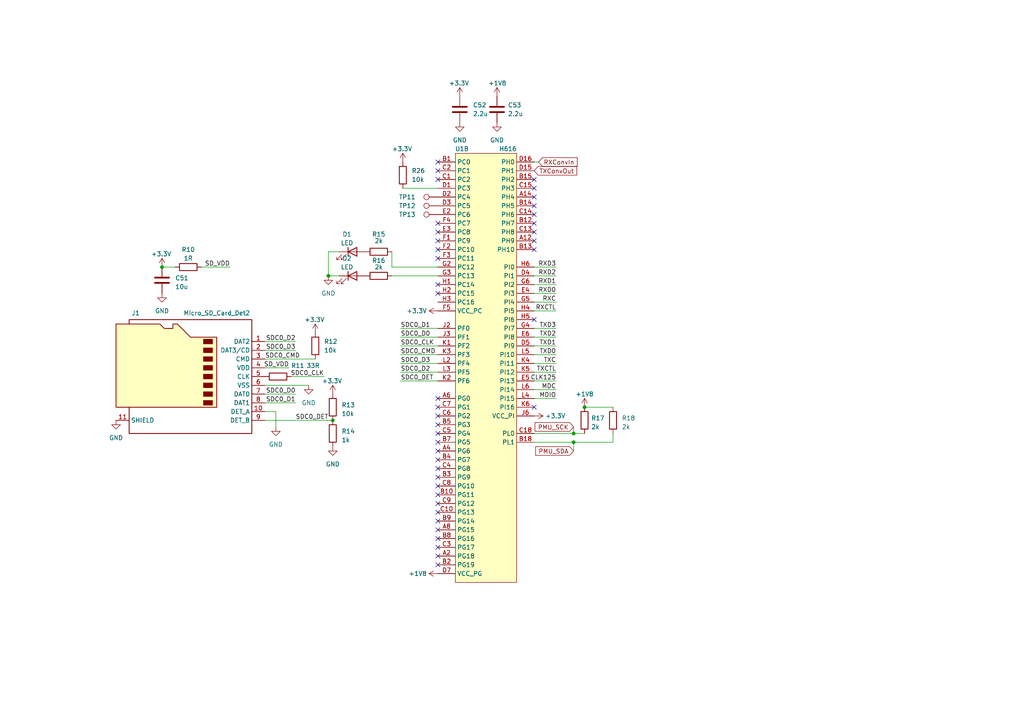
<source format=kicad_sch>
(kicad_sch (version 20231120) (generator "eeschema") (generator_version "8.0")
  (paper "A4")
  (lib_symbols
    (symbol "Connector:Micro_SD_Card_Det2"
      (property "Reference" "J" (at -16.51 17.78 0))
      (property "Value" "Micro_SD_Card_Det2" (at 16.51 17.78 0))
      (symbol "Micro_SD_Card_Det2_0_1"
        (rectangle (start -7.62 -6.985) (end -5.08 -8.255) (stroke (width 0.254)) (fill (type outline)))
        (rectangle (start -7.62 -4.445) (end -5.08 -5.715) (stroke (width 0.254)) (fill (type outline)))
        (rectangle (start -7.62 -1.905) (end -5.08 -3.175) (stroke (width 0.254)) (fill (type outline)))
        (rectangle (start -7.62 0.635) (end -5.08 -0.635) (stroke (width 0.254)) (fill (type outline)))
        (rectangle (start -7.62 3.175) (end -5.08 1.905) (stroke (width 0.254)) (fill (type outline)))
        (rectangle (start -7.62 5.715) (end -5.08 4.445) (stroke (width 0.254)) (fill (type outline)))
        (rectangle (start -7.62 8.255) (end -5.08 6.985) (stroke (width 0.254)) (fill (type outline)))
        (rectangle (start -7.62 10.795) (end -5.08 9.525) (stroke (width 0.254)) (fill (type outline)))
        (polyline (pts (xy 16.51 15.24) (xy 16.51 16.51) (xy -19.05 16.51) (xy -19.05 -16.51) (xy 16.51 -16.51) (xy 16.51 -8.89)) (stroke (width 0.254)))
        (polyline (pts (xy -8.89 -8.89) (xy -8.89 11.43) (xy -1.27 11.43) (xy 2.54 15.24) (xy 3.81 15.24) (xy 3.81 13.97) (xy 6.35 13.97) (xy 7.62 15.24) (xy 20.32 15.24) (xy 20.32 -8.89) (xy -8.89 -8.89)) (stroke (width 0.254)) (fill (type background)))
      )
      (symbol "Micro_SD_Card_Det2_1_1"
        (pin bidirectional line (at -22.86 10.16 0) (length 3.81) (name "DAT2") (number "1"))
        (pin passive line (at -22.86 -10.16 0) (length 3.81) (name "DET_A") (number "10"))
        (pin passive line (at 20.32 -12.7 180) (length 3.81) (name "SHIELD") (number "11"))
        (pin bidirectional line (at -22.86 7.62 0) (length 3.81) (name "DAT3/CD") (number "2"))
        (pin input line (at -22.86 5.08 0) (length 3.81) (name "CMD") (number "3"))
        (pin power_in line (at -22.86 2.54 0) (length 3.81) (name "VDD") (number "4"))
        (pin input line (at -22.86 0 0) (length 3.81) (name "CLK") (number "5"))
        (pin power_in line (at -22.86 -2.54 0) (length 3.81) (name "VSS") (number "6"))
        (pin bidirectional line (at -22.86 -5.08 0) (length 3.81) (name "DAT0") (number "7"))
        (pin bidirectional line (at -22.86 -7.62 0) (length 3.81) (name "DAT1") (number "8"))
        (pin passive line (at -22.86 -12.7 0) (length 3.81) (name "DET_B") (number "9"))
      )
    )
    (symbol "Connector:TestPoint" (pin_numbers hide) (pin_names (offset 0.762) hide)
      (property "Reference" "TP" (at 0 6.858 0))
      (property "Value" "TestPoint" (at 0 5.08 0))
      (symbol "TestPoint_0_1"
        (circle (center 0 3.302) (radius 0.762))
      )
      (symbol "TestPoint_1_1"
        (pin passive line (at 0 0 90) (length 2.54) (name "1") (number "1"))
      )
    )
    (symbol "Device:C" (pin_numbers hide) (pin_names (offset 0.254))
      (property "Reference" "C" (at 0.635 2.54 0))
      (property "Value" "C" (at 0.635 -2.54 0))
      (symbol "C_0_1"
        (polyline (pts (xy -2.032 -0.762) (xy 2.032 -0.762)) (stroke (width 0.508)))
        (polyline (pts (xy -2.032 0.762) (xy 2.032 0.762)) (stroke (width 0.508)))
      )
      (symbol "C_1_1"
        (pin passive line (at 0 3.81 270) (length 2.794) (name "~") (number "1"))
        (pin passive line (at 0 -3.81 90) (length 2.794) (name "~") (number "2"))
      )
    )
    (symbol "Device:LED" (pin_numbers hide) (pin_names (offset 1.016) hide)
      (property "Reference" "D" (at 0 2.54 0))
      (property "Value" "LED" (at 0 -2.54 0))
      (symbol "LED_0_1"
        (polyline (pts (xy -1.27 -1.27) (xy -1.27 1.27)) (stroke (width 0.254)))
        (polyline (pts (xy -1.27 0) (xy 1.27 0)))
        (polyline (pts (xy 1.27 -1.27) (xy 1.27 1.27) (xy -1.27 0) (xy 1.27 -1.27)) (stroke (width 0.254)))
        (polyline (pts (xy -3.048 -0.762) (xy -4.572 -2.286) (xy -3.81 -2.286) (xy -4.572 -2.286) (xy -4.572 -1.524)))
        (polyline (pts (xy -1.778 -0.762) (xy -3.302 -2.286) (xy -2.54 -2.286) (xy -3.302 -2.286) (xy -3.302 -1.524)))
      )
      (symbol "LED_1_1"
        (pin passive line (at -3.81 0 0) (length 2.54) (name "K") (number "1"))
        (pin passive line (at 3.81 0 180) (length 2.54) (name "A") (number "2"))
      )
    )
    (symbol "Device:R" (pin_numbers hide) (pin_names (offset 0))
      (property "Reference" "R" (at 2.032 0 90))
      (property "Value" "R" (at 0 0 90))
      (symbol "R_0_1"
        (rectangle (start -1.016 -2.54) (end 1.016 2.54) (stroke (width 0.254)))
      )
      (symbol "R_1_1"
        (pin passive line (at 0 3.81 270) (length 1.27) (name "~") (number "1"))
        (pin passive line (at 0 -3.81 90) (length 1.27) (name "~") (number "2"))
      )
    )
    (symbol "H616_lib:H616"
      (property "Reference" "U" (at 0 0 0))
      (symbol "H616_1_1"
        (rectangle (start -7.62 -2.54) (end 15.24 -118.11) (fill (type background)))
        (pin input line (at 20.32 -92.71 180) (length 5.08) (name "VCC_DRAM2") (number "L10"))
        (pin input line (at 20.32 -95.25 180) (length 5.08) (name "VCC_DRAM3") (number "L11"))
        (pin input line (at 20.32 -97.79 180) (length 5.08) (name "VCC_DRAM4") (number "L12"))
        (pin input line (at 20.32 -100.33 180) (length 5.08) (name "VCC_DRAM5") (number "L13"))
        (pin input line (at 20.32 -102.87 180) (length 5.08) (name "VDD18_DRAM") (number "L14"))
        (pin input line (at 20.32 -87.63 180) (length 5.08) (name "SZQ") (number "L15"))
        (pin input line (at 20.32 -90.17 180) (length 5.08) (name "VCC_DRAM1") (number "L9"))
        (pin input line (at -12.7 -113.03 0) (length 5.08) (name "SDQM3") (number "N10"))
        (pin input line (at -12.7 -44.45 0) (length 5.08) (name "SA15") (number "N13"))
        (pin input line (at -12.7 -29.21 0) (length 5.08) (name "SA9") (number "N16"))
        (pin input line (at -12.7 -24.13 0) (length 5.08) (name "SA7") (number "N19"))
        (pin input line (at 20.32 -11.43 180) (length 5.08) (name "SDQ2") (number "N2"))
        (pin input line (at -12.7 -69.85 0) (length 5.08) (name "SODT1") (number "N20"))
        (pin input line (at -12.7 -49.53 0) (length 5.08) (name "SBA0") (number "N21"))
        (pin input line (at 20.32 -6.35 180) (length 5.08) (name "SDQ0") (number "N3"))
        (pin input line (at 20.32 -39.37 180) (length 5.08) (name "SDQ13") (number "N4"))
        (pin input line (at 20.32 -44.45 180) (length 5.08) (name "SDQ15") (number "N5"))
        (pin input line (at 20.32 -72.39 180) (length 5.08) (name "SDQ26") (number "N7"))
        (pin input line (at 20.32 -19.05 180) (length 5.08) (name "SDQ5") (number "P1"))
        (pin input line (at 20.32 -77.47 180) (length 5.08) (name "SDQ28") (number "P10"))
        (pin input line (at 20.32 -82.55 180) (length 5.08) (name "SDQ30") (number "P12"))
        (pin input line (at -12.7 -80.01 0) (length 5.08) (name "SCKE1") (number "P13"))
        (pin input line (at -12.7 -19.05 0) (length 5.08) (name "SA5") (number "P15"))
        (pin input line (at -12.7 -39.37 0) (length 5.08) (name "SA13") (number "P16"))
        (pin input line (at -12.7 -59.69 0) (length 5.08) (name "SACT") (number "P18"))
        (pin input line (at 20.32 -24.13 180) (length 5.08) (name "SDQ7") (number "P2"))
        (pin input line (at -12.7 -54.61 0) (length 5.08) (name "SBG0") (number "P20"))
        (pin input line (at -12.7 -57.15 0) (length 5.08) (name "SBG1") (number "P21"))
        (pin input line (at 20.32 -31.75 180) (length 5.08) (name "SDQ10") (number "P4"))
        (pin input line (at 20.32 -26.67 180) (length 5.08) (name "SDQ8") (number "P5"))
        (pin input line (at 20.32 -41.91 180) (length 5.08) (name "SDQ14") (number "P6"))
        (pin input line (at 20.32 -69.85 180) (length 5.08) (name "SDQ25") (number "P7"))
        (pin input line (at 20.32 -74.93 180) (length 5.08) (name "SDQ27") (number "P9"))
        (pin input line (at -12.7 -87.63 0) (length 5.08) (name "SDQS0N") (number "R1"))
        (pin input line (at 20.32 -85.09 180) (length 5.08) (name "SDQ31") (number "R12"))
        (pin input line (at -12.7 -52.07 0) (length 5.08) (name "SBA1") (number "R15"))
        (pin input line (at -12.7 -16.51 0) (length 5.08) (name "SA4") (number "R18"))
        (pin input line (at -12.7 -31.75 0) (length 5.08) (name "SA10") (number "R19"))
        (pin input line (at -12.7 -85.09 0) (length 5.08) (name "SDQS0P") (number "R2"))
        (pin input line (at -12.7 -64.77 0) (length 5.08) (name "SCS1") (number "R20"))
        (pin input line (at -12.7 -107.95 0) (length 5.08) (name "SDQM1") (number "R3"))
        (pin input line (at 20.32 -34.29 180) (length 5.08) (name "SDQ11") (number "R4"))
        (pin input line (at 20.32 -36.83 180) (length 5.08) (name "SDQ12") (number "R6"))
        (pin input line (at 20.32 -67.31 180) (length 5.08) (name "SDQ24") (number "R9"))
        (pin input line (at 20.32 -46.99 180) (length 5.08) (name "SDQ16") (number "T11"))
        (pin input line (at 20.32 -52.07 180) (length 5.08) (name "SDQ18") (number "T12"))
        (pin input line (at -12.7 -72.39 0) (length 5.08) (name "SCKP") (number "T14"))
        (pin input line (at -12.7 -13.97 0) (length 5.08) (name "SA3") (number "T16"))
        (pin input line (at -12.7 -11.43 0) (length 5.08) (name "SA2") (number "T18"))
        (pin input line (at 20.32 -21.59 180) (length 5.08) (name "SDQ6") (number "T2"))
        (pin input line (at -12.7 -67.31 0) (length 5.08) (name "SODT0") (number "T20"))
        (pin input line (at -12.7 -6.35 0) (length 5.08) (name "SA0") (number "T21"))
        (pin input line (at 20.32 -13.97 180) (length 5.08) (name "SDQ3") (number "T4"))
        (pin input line (at 20.32 -64.77 180) (length 5.08) (name "SDQ23") (number "T5"))
        (pin input line (at 20.32 -57.15 180) (length 5.08) (name "SDQ20") (number "T6"))
        (pin input line (at 20.32 -62.23 180) (length 5.08) (name "SDQ22") (number "T7"))
        (pin input line (at -12.7 -110.49 0) (length 5.08) (name "SDQM2") (number "T9"))
        (pin input line (at -12.7 -105.41 0) (length 5.08) (name "SDQM0") (number "U1"))
        (pin input line (at -12.7 -102.87 0) (length 5.08) (name "SDQS3N") (number "U10"))
        (pin input line (at 20.32 -80.01 180) (length 5.08) (name "SDQ29") (number "U11"))
        (pin input line (at 20.32 -49.53 180) (length 5.08) (name "SDQ17") (number "U12"))
        (pin input line (at -12.7 -74.93 0) (length 5.08) (name "SCKN") (number "U14"))
        (pin input line (at -12.7 -34.29 0) (length 5.08) (name "SA11") (number "U15"))
        (pin input line (at -12.7 -36.83 0) (length 5.08) (name "SA12") (number "U16"))
        (pin input line (at -12.7 -8.89 0) (length 5.08) (name "SA1") (number "U17"))
        (pin input line (at -12.7 -46.99 0) (length 5.08) (name "SA16") (number "U18"))
        (pin input line (at -12.7 -26.67 0) (length 5.08) (name "SA8") (number "U19"))
        (pin input line (at -12.7 -90.17 0) (length 5.08) (name "SDQS1P") (number "U2"))
        (pin input line (at -12.7 -21.59 0) (length 5.08) (name "SA6") (number "U20"))
        (pin input line (at -12.7 -82.55 0) (length 5.08) (name "SRST") (number "U21"))
        (pin input line (at 20.32 -16.51 180) (length 5.08) (name "SDQ4") (number "U3"))
        (pin input line (at 20.32 -8.89 180) (length 5.08) (name "SDQ1") (number "U4"))
        (pin input line (at 20.32 -59.69 180) (length 5.08) (name "SDQ21") (number "U5"))
        (pin input line (at -12.7 -97.79 0) (length 5.08) (name "SDQS2N") (number "U8"))
        (pin input line (at 20.32 -54.61 180) (length 5.08) (name "SDQ19") (number "U9"))
        (pin input line (at -12.7 -100.33 0) (length 5.08) (name "SDQS3P") (number "V10"))
        (pin input line (at -12.7 -77.47 0) (length 5.08) (name "SCKE0") (number "V15"))
        (pin input line (at -12.7 -62.23 0) (length 5.08) (name "SCS0") (number "V17"))
        (pin input line (at -12.7 -92.71 0) (length 5.08) (name "SDQS1N") (number "V2"))
        (pin input line (at -12.7 -41.91 0) (length 5.08) (name "SA14") (number "V20"))
        (pin input line (at 20.32 -29.21 180) (length 5.08) (name "SDQ9") (number "V3"))
        (pin input line (at -12.7 -95.25 0) (length 5.08) (name "SDQS2P") (number "V8"))
      )
      (symbol "H616_2_1"
        (rectangle (start -7.62 -38.1) (end 10.16 -162.56) (fill (type background)))
        (pin input line (at 15.24 -63.5 180) (length 5.08) (name "PH9") (number "A12"))
        (pin input line (at 15.24 -50.8 180) (length 5.08) (name "PH4") (number "A14"))
        (pin input line (at -12.7 -154.94 0) (length 5.08) (name "PG18") (number "A2"))
        (pin input line (at -12.7 -124.46 0) (length 5.08) (name "PG6") (number "A4"))
        (pin input line (at -12.7 -109.22 0) (length 5.08) (name "PG0") (number "A6"))
        (pin input line (at -12.7 -147.32 0) (length 5.08) (name "PG15") (number "A8"))
        (pin input line (at -12.7 -40.64 0) (length 5.08) (name "PC0") (number "B1"))
        (pin input line (at -12.7 -137.16 0) (length 5.08) (name "PG11") (number "B10"))
        (pin input line (at 15.24 -58.42 180) (length 5.08) (name "PH7") (number "B12"))
        (pin input line (at 15.24 -66.04 180) (length 5.08) (name "PH10") (number "B13"))
        (pin input line (at 15.24 -53.34 180) (length 5.08) (name "PH5") (number "B14"))
        (pin input line (at 15.24 -45.72 180) (length 5.08) (name "PH2") (number "B15"))
        (pin input line (at 15.24 -121.92 180) (length 5.08) (name "PL1") (number "B18"))
        (pin input line (at -12.7 -157.48 0) (length 5.08) (name "PG19") (number "B2"))
        (pin input line (at -12.7 -132.08 0) (length 5.08) (name "PG9") (number "B3"))
        (pin input line (at -12.7 -127 0) (length 5.08) (name "PG7") (number "B4"))
        (pin input line (at -12.7 -116.84 0) (length 5.08) (name "PG3") (number "B5"))
        (pin input line (at -12.7 -121.92 0) (length 5.08) (name "PG5") (number "B7"))
        (pin input line (at -12.7 -149.86 0) (length 5.08) (name "PG16") (number "B8"))
        (pin input line (at -12.7 -144.78 0) (length 5.08) (name "PG14") (number "B9"))
        (pin input line (at -12.7 -45.72 0) (length 5.08) (name "PC2") (number "C1"))
        (pin input line (at -12.7 -142.24 0) (length 5.08) (name "PG13") (number "C10"))
        (pin input line (at 15.24 -60.96 180) (length 5.08) (name "PH8") (number "C13"))
        (pin input line (at 15.24 -55.88 180) (length 5.08) (name "PH6") (number "C14"))
        (pin input line (at 15.24 -48.26 180) (length 5.08) (name "PH3") (number "C15"))
        (pin input line (at 15.24 -119.38 180) (length 5.08) (name "PL0") (number "C18"))
        (pin input line (at -12.7 -43.18 0) (length 5.08) (name "PC1") (number "C2"))
        (pin input line (at -12.7 -152.4 0) (length 5.08) (name "PG17") (number "C3"))
        (pin input line (at -12.7 -129.54 0) (length 5.08) (name "PG8") (number "C4"))
        (pin input line (at -12.7 -119.38 0) (length 5.08) (name "PG4") (number "C5"))
        (pin input line (at -12.7 -114.3 0) (length 5.08) (name "PG2") (number "C6"))
        (pin input line (at -12.7 -111.76 0) (length 5.08) (name "PG1") (number "C7"))
        (pin input line (at -12.7 -134.62 0) (length 5.08) (name "PG10") (number "C8"))
        (pin input line (at -12.7 -139.7 0) (length 5.08) (name "PG12") (number "C9"))
        (pin input line (at -12.7 -48.26 0) (length 5.08) (name "PC3") (number "D1"))
        (pin input line (at 15.24 -43.18 180) (length 5.08) (name "PH1") (number "D15"))
        (pin input line (at 15.24 -40.64 180) (length 5.08) (name "PH0") (number "D16"))
        (pin input line (at -12.7 -50.8 0) (length 5.08) (name "PC4") (number "D2"))
        (pin input line (at -12.7 -53.34 0) (length 5.08) (name "PC5") (number "D3"))
        (pin input line (at 15.24 -73.66 180) (length 5.08) (name "PI1") (number "D4"))
        (pin input line (at 15.24 -93.98 180) (length 5.08) (name "PI9") (number "D5"))
        (pin input line (at -12.7 -160.02 0) (length 5.08) (name "VCC_PG") (number "D7"))
        (pin input line (at -12.7 -55.88 0) (length 5.08) (name "PC6") (number "E2"))
        (pin input line (at -12.7 -60.96 0) (length 5.08) (name "PC8") (number "E3"))
        (pin input line (at 15.24 -78.74 180) (length 5.08) (name "PI3") (number "E4"))
        (pin input line (at 15.24 -104.14 180) (length 5.08) (name "PI13") (number "E5"))
        (pin input line (at 15.24 -91.44 180) (length 5.08) (name "PI8") (number "E6"))
        (pin input line (at -12.7 -63.5 0) (length 5.08) (name "PC9") (number "F1"))
        (pin input line (at -12.7 -66.04 0) (length 5.08) (name "PC10") (number "F2"))
        (pin input line (at -12.7 -68.58 0) (length 5.08) (name "PC11") (number "F3"))
        (pin input line (at -12.7 -58.42 0) (length 5.08) (name "PC7") (number "F4"))
        (pin input line (at -12.7 -83.82 0) (length 5.08) (name "VCC_PC") (number "F5"))
        (pin input line (at -12.7 -71.12 0) (length 5.08) (name "PC12") (number "G2"))
        (pin input line (at -12.7 -73.66 0) (length 5.08) (name "PC13") (number "G3"))
        (pin input line (at 15.24 -88.9 180) (length 5.08) (name "PI7") (number "G4"))
        (pin input line (at 15.24 -81.28 180) (length 5.08) (name "PI4") (number "G5"))
        (pin input line (at 15.24 -76.2 180) (length 5.08) (name "PI2") (number "G6"))
        (pin input line (at -12.7 -76.2 0) (length 5.08) (name "PC14") (number "H1"))
        (pin input line (at -12.7 -78.74 0) (length 5.08) (name "PC15") (number "H2"))
        (pin input line (at -12.7 -81.28 0) (length 5.08) (name "PC16") (number "H3"))
        (pin input line (at 15.24 -83.82 180) (length 5.08) (name "PI5") (number "H4"))
        (pin input line (at 15.24 -86.36 180) (length 5.08) (name "PI6") (number "H5"))
        (pin input line (at 15.24 -71.12 180) (length 5.08) (name "PI0") (number "H6"))
        (pin input line (at -12.7 -88.9 0) (length 5.08) (name "PF0") (number "J2"))
        (pin input line (at -12.7 -91.44 0) (length 5.08) (name "PF1") (number "J3"))
        (pin input line (at 15.24 -114.3 180) (length 5.08) (name "VCC_PI") (number "J6"))
        (pin input line (at -12.7 -93.98 0) (length 5.08) (name "PF2") (number "K1"))
        (pin input line (at -12.7 -104.14 0) (length 5.08) (name "PF6") (number "K2"))
        (pin input line (at -12.7 -96.52 0) (length 5.08) (name "PF3") (number "K3"))
        (pin input line (at 15.24 -99.06 180) (length 5.08) (name "PI11") (number "K4"))
        (pin input line (at 15.24 -101.6 180) (length 5.08) (name "PI12") (number "K5"))
        (pin input line (at 15.24 -111.76 180) (length 5.08) (name "PI16") (number "K6"))
        (pin input line (at -12.7 -99.06 0) (length 5.08) (name "PF4") (number "L2"))
        (pin input line (at -12.7 -101.6 0) (length 5.08) (name "PF5") (number "L3"))
        (pin input line (at 15.24 -109.22 180) (length 5.08) (name "PI15") (number "L4"))
        (pin input line (at 15.24 -96.52 180) (length 5.08) (name "PI10") (number "L5"))
        (pin input line (at 15.24 -106.68 180) (length 5.08) (name "PI14") (number "L6"))
      )
      (symbol "H616_3_1"
        (rectangle (start -8.89 -39.37) (end 13.97 -115.57) (fill (type background)))
        (pin input line (at 19.05 -86.36 180) (length 5.08) (name "RESET") (number "A16"))
        (pin input line (at 19.05 -45.72 180) (length 5.08) (name "EPHY_TXP") (number "A19"))
        (pin input line (at 19.05 -48.26 180) (length 5.08) (name "EPYH_TXN") (number "A20"))
        (pin input line (at 19.05 -101.6 180) (length 5.08) (name "DXIN") (number "B11"))
        (pin input line (at 19.05 -88.9 180) (length 5.08) (name "FEL") (number "B17"))
        (pin input line (at 19.05 -43.18 180) (length 5.08) (name "EPHY_RTX") (number "B19"))
        (pin input line (at 19.05 -50.8 180) (length 5.08) (name "EPHY_RXP") (number "B20"))
        (pin input line (at 19.05 -53.34 180) (length 5.08) (name "EPHY_RXN") (number "B21"))
        (pin input line (at 19.05 -106.68 180) (length 5.08) (name "REFCLK_OUT") (number "C11"))
        (pin input line (at 19.05 -104.14 180) (length 5.08) (name "DXOUT") (number "C12"))
        (pin input line (at 19.05 -91.44 180) (length 5.08) (name "JTAG_SEL") (number "C16"))
        (pin input line (at -13.97 -106.68 0) (length 5.08) (name "AC_VRA1") (number "C17"))
        (pin input line (at -13.97 -53.34 0) (length 5.08) (name "HTX2P") (number "C19"))
        (pin input line (at -13.97 -55.88 0) (length 5.08) (name "HTX2N") (number "C20"))
        (pin input line (at 19.05 -111.76 180) (length 5.08) (name "VCC_DCXO") (number "D11"))
        (pin input line (at 19.05 -99.06 180) (length 5.08) (name "VCC_PLL") (number "D12"))
        (pin input line (at 19.05 -109.22 180) (length 5.08) (name "DXLDO_OUT") (number "D13"))
        (pin input line (at 19.05 -96.52 180) (length 5.08) (name "PLLTEST") (number "D14"))
        (pin input line (at -13.97 -104.14 0) (length 5.08) (name "AC_AVCC") (number "D18"))
        (pin input line (at -13.97 -48.26 0) (length 5.08) (name "HTX1P") (number "D20"))
        (pin input line (at -13.97 -50.8 0) (length 5.08) (name "HTX1N") (number "D21"))
        (pin input line (at 19.05 -55.88 180) (length 5.08) (name "VCC_EPHY") (number "E18"))
        (pin input line (at -13.97 -43.18 0) (length 5.08) (name "HTX0P") (number "E19"))
        (pin input line (at -13.97 -45.72 0) (length 5.08) (name "HTX0N") (number "E20"))
        (pin input line (at -13.97 -73.66 0) (length 5.08) (name "VCC_HDMI") (number "F18"))
        (pin input line (at -13.97 -63.5 0) (length 5.08) (name "HSCL") (number "F19"))
        (pin input line (at -13.97 -58.42 0) (length 5.08) (name "HTXCP") (number "F20"))
        (pin input line (at -13.97 -60.96 0) (length 5.08) (name "HTXCN") (number "F21"))
        (pin input line (at -13.97 -68.58 0) (length 5.08) (name "HCEC") (number "G17"))
        (pin input line (at -13.97 -71.12 0) (length 5.08) (name "HHPD") (number "G18"))
        (pin input line (at -13.97 -88.9 0) (length 5.08) (name "LINEOUTL") (number "G19"))
        (pin input line (at -13.97 -91.44 0) (length 5.08) (name "LINEOUTR") (number "G20"))
        (pin input line (at -13.97 -66.04 0) (length 5.08) (name "HSDA") (number "G21"))
        (pin input line (at -13.97 -86.36 0) (length 5.08) (name "AVCC") (number "H17"))
        (pin input line (at -13.97 -93.98 0) (length 5.08) (name "AGND") (number "H18"))
        (pin input line (at -13.97 -99.06 0) (length 5.08) (name "VCC_TV") (number "H20"))
        (pin input line (at -13.97 -81.28 0) (length 5.08) (name "VRA2") (number "J17"))
        (pin input line (at -13.97 -78.74 0) (length 5.08) (name "VRA1") (number "J18"))
        (pin input line (at 19.05 -60.96 180) (length 5.08) (name "USB0_DM") (number "J19"))
        (pin input line (at 19.05 -63.5 180) (length 5.08) (name "USB0_DP") (number "J20"))
        (pin input line (at -13.97 -96.52 0) (length 5.08) (name "TV_OUT") (number "J21"))
        (pin input line (at -13.97 -83.82 0) (length 5.08) (name "REXT") (number "K18"))
        (pin input line (at 19.05 -71.12 180) (length 5.08) (name "USB2_DM") (number "K19"))
        (pin input line (at 19.05 -73.66 180) (length 5.08) (name "USB2_DP") (number "K20"))
        (pin input line (at 19.05 -93.98 180) (length 5.08) (name "LRADC") (number "L18"))
        (pin input line (at 19.05 -76.2 180) (length 5.08) (name "USB3_DM") (number "L19"))
        (pin input line (at 19.05 -78.74 180) (length 5.08) (name "USB3_DP") (number "L20"))
        (pin input line (at 19.05 -81.28 180) (length 5.08) (name "VCC_USB") (number "M18"))
        (pin input line (at 19.05 -66.04 180) (length 5.08) (name "USB1_DM") (number "M19"))
        (pin input line (at 19.05 -68.58 180) (length 5.08) (name "USB1_DP") (number "M20"))
      )
      (symbol "H616_4_1"
        (rectangle (start -6.35 -2.54) (end 19.05 -112.395) (fill (type background)))
        (pin input line (at -11.43 -64.77 0) (length 5.08) (name "GND1") (number "A1"))
        (pin input line (at -11.43 -67.31 0) (length 5.08) (name "GND2") (number "A10"))
        (pin input line (at -11.43 -69.85 0) (length 5.08) (name "GND3") (number "A18"))
        (pin input line (at -11.43 -72.39 0) (length 5.08) (name "GND4") (number "A21"))
        (pin input line (at -11.43 -77.47 0) (length 5.08) (name "GND6") (number "B16"))
        (pin input line (at -11.43 -74.93 0) (length 5.08) (name "GND5") (number "B6"))
        (pin input line (at -11.43 -59.69 0) (length 5.08) (name "VCC_IO") (number "D10"))
        (pin input line (at -11.43 -80.01 0) (length 5.08) (name "GND7") (number "D19"))
        (pin input line (at -11.43 -46.99 0) (length 5.08) (name "VDD_GPU2") (number "F10"))
        (pin input line (at -11.43 -6.35 0) (length 5.08) (name "VDD_SYS1") (number "F11"))
        (pin input line (at -11.43 -8.89 0) (length 5.08) (name "VDD_SYS2") (number "F12"))
        (pin input line (at -11.43 -11.43 0) (length 5.08) (name "VDD_SYS3") (number "F13"))
        (pin input line (at -11.43 -82.55 0) (length 5.08) (name "GND8") (number "F14"))
        (pin input line (at -11.43 -85.09 0) (length 5.08) (name "GND9") (number "F15"))
        (pin input line (at -11.43 -54.61 0) (length 5.08) (name "VDD_GPUFB") (number "F8"))
        (pin input line (at -11.43 -44.45 0) (length 5.08) (name "VDD_GPU1") (number "F9"))
        (pin input line (at -11.43 -13.97 0) (length 5.08) (name "VDD_SYS4") (number "G10"))
        (pin input line (at -11.43 -16.51 0) (length 5.08) (name "VDD_SYS5") (number "G11"))
        (pin input line (at -11.43 -19.05 0) (length 5.08) (name "VDD_SYS6") (number "G12"))
        (pin input line (at -11.43 -87.63 0) (length 5.08) (name "GND10") (number "G13"))
        (pin input line (at -11.43 -90.17 0) (length 5.08) (name "GND11") (number "G14"))
        (pin input line (at -11.43 -92.71 0) (length 5.08) (name "GND12") (number "G15"))
        (pin input line (at -11.43 -49.53 0) (length 5.08) (name "VDD_GPU3") (number "G8"))
        (pin input line (at -11.43 -52.07 0) (length 5.08) (name "VDD_GPU4") (number "G9"))
        (pin input line (at -11.43 -95.25 0) (length 5.08) (name "GND13") (number "H10"))
        (pin input line (at -11.43 -97.79 0) (length 5.08) (name "GND14") (number "H11"))
        (pin input line (at -11.43 -100.33 0) (length 5.08) (name "GND15") (number "H12"))
        (pin input line (at 24.13 -6.35 180) (length 5.08) (name "GND16") (number "H13"))
        (pin input line (at 24.13 -8.89 180) (length 5.08) (name "GND17") (number "H14"))
        (pin input line (at 24.13 -11.43 180) (length 5.08) (name "GND18") (number "H15"))
        (pin input line (at 24.13 -13.97 180) (length 5.08) (name "GND19") (number "H19"))
        (pin input line (at -11.43 -24.13 0) (length 5.08) (name "VDD_CPU1") (number "H8"))
        (pin input line (at -11.43 -26.67 0) (length 5.08) (name "VDD_CPU2") (number "H9"))
        (pin input line (at -11.43 -34.29 0) (length 5.08) (name "VDD_CPU5") (number "J10"))
        (pin input line (at -11.43 -36.83 0) (length 5.08) (name "VDD_CPU6") (number "J11"))
        (pin input line (at 24.13 -16.51 180) (length 5.08) (name "GND20") (number "J12"))
        (pin input line (at 24.13 -19.05 180) (length 5.08) (name "GND21") (number "J13"))
        (pin input line (at 24.13 -21.59 180) (length 5.08) (name "GND22") (number "J14"))
        (pin input line (at 24.13 -24.13 180) (length 5.08) (name "GND23") (number "J15"))
        (pin input line (at -11.43 -29.21 0) (length 5.08) (name "VDD_CPU3") (number "J8"))
        (pin input line (at -11.43 -31.75 0) (length 5.08) (name "VDD_CPU4") (number "J9"))
        (pin input line (at 24.13 -34.29 180) (length 5.08) (name "GND27") (number "K10"))
        (pin input line (at 24.13 -36.83 180) (length 5.08) (name "GND28") (number "K11"))
        (pin input line (at 24.13 -39.37 180) (length 5.08) (name "GND29") (number "K12"))
        (pin input line (at 24.13 -41.91 180) (length 5.08) (name "GND30") (number "K13"))
        (pin input line (at 24.13 -44.45 180) (length 5.08) (name "GND31") (number "K14"))
        (pin input line (at 24.13 -46.99 180) (length 5.08) (name "GND32") (number "K15"))
        (pin input line (at 24.13 -29.21 180) (length 5.08) (name "GND25") (number "K8"))
        (pin input line (at 24.13 -31.75 180) (length 5.08) (name "GND26") (number "K9"))
        (pin input line (at 24.13 -49.53 180) (length 5.08) (name "GND33") (number "L21"))
        (pin input line (at -11.43 -39.37 0) (length 5.08) (name "VDD_CPUFB") (number "L8"))
        (pin input line (at 24.13 -26.67 180) (length 5.08) (name "GND24") (number "M1"))
        (pin input line (at 24.13 -52.07 180) (length 5.08) (name "GND34") (number "M2"))
        (pin input line (at 24.13 -54.61 180) (length 5.08) (name "GND35") (number "M3"))
        (pin input line (at 24.13 -62.23 180) (length 5.08) (name "GND38") (number "N12"))
        (pin input line (at 24.13 -64.77 180) (length 5.08) (name "GND39") (number "N15"))
        (pin input line (at 24.13 -67.31 180) (length 5.08) (name "GND40") (number "N18"))
        (pin input line (at 24.13 -57.15 180) (length 5.08) (name "GND36") (number "N6"))
        (pin input line (at 24.13 -59.69 180) (length 5.08) (name "GND37") (number "N9"))
        (pin input line (at 24.13 -69.85 180) (length 5.08) (name "GND41") (number "P3"))
        (pin input line (at 24.13 -74.93 180) (length 5.08) (name "GND43") (number "R21"))
        (pin input line (at 24.13 -72.39 180) (length 5.08) (name "GND42") (number "R5"))
        (pin input line (at 24.13 -77.47 180) (length 5.08) (name "GND44") (number "T1"))
        (pin input line (at 24.13 -85.09 180) (length 5.08) (name "GND47") (number "T10"))
        (pin input line (at 24.13 -87.63 180) (length 5.08) (name "GND48") (number "T15"))
        (pin input line (at 24.13 -90.17 180) (length 5.08) (name "GND49") (number "T17"))
        (pin input line (at 24.13 -80.01 180) (length 5.08) (name "GND45") (number "T3"))
        (pin input line (at 24.13 -82.55 180) (length 5.08) (name "GND46") (number "T8"))
        (pin input line (at 24.13 -95.25 180) (length 5.08) (name "GND51") (number "U13"))
        (pin input line (at 24.13 -92.71 180) (length 5.08) (name "GND50") (number "U6"))
        (pin input line (at 24.13 -97.79 180) (length 5.08) (name "GND52") (number "V1"))
        (pin input line (at 24.13 -102.87 180) (length 5.08) (name "GND54") (number "V12"))
        (pin input line (at 24.13 -105.41 180) (length 5.08) (name "GND55") (number "V19"))
        (pin input line (at 24.13 -107.95 180) (length 5.08) (name "GND56") (number "V21"))
        (pin input line (at 24.13 -100.33 180) (length 5.08) (name "GND53") (number "V5"))
      )
    )
    (symbol "power:+1V8" (power) (pin_names (offset 0))
      (property "Value" "+1V8" (at 0 3.556 0))
      (symbol "+1V8_0_1"
        (polyline (pts (xy -0.762 1.27) (xy 0 2.54)))
        (polyline (pts (xy 0 0) (xy 0 2.54)))
        (polyline (pts (xy 0 2.54) (xy 0.762 1.27)))
      )
      (symbol "+1V8_1_1"
        (pin power_in line (at 0 0 90) (length 0) hide (name "+1V8") (number "1"))
      )
    )
    (symbol "power:+3.3V" (power) (pin_names (offset 0))
      (property "Value" "+3.3V" (at 0 3.556 0))
      (symbol "+3.3V_0_1"
        (polyline (pts (xy -0.762 1.27) (xy 0 2.54)))
        (polyline (pts (xy 0 0) (xy 0 2.54)))
        (polyline (pts (xy 0 2.54) (xy 0.762 1.27)))
      )
      (symbol "+3.3V_1_1"
        (pin power_in line (at 0 0 90) (length 0) hide (name "+3.3V") (number "1"))
      )
    )
    (symbol "power:GND" (power) (pin_names (offset 0))
      (property "Value" "GND" (at 0 -3.81 0))
      (symbol "GND_0_1"
        (polyline (pts (xy 0 0) (xy 0 -1.27) (xy 1.27 -1.27) (xy 0 -2.54) (xy -1.27 -1.27) (xy 0 -1.27)))
      )
      (symbol "GND_1_1"
        (pin power_in line (at 0 0 270) (length 0) hide (name "GND") (number "1"))
      )
    )
  )
  (junction (at 46.99 77.47))
  (junction (at 95.25 80.01))
  (junction (at 166.37 125.73))
  (junction (at 166.37 128.27))
  (junction (at 96.52 121.92))
  (junction (at 169.545 118.11))
  (no_connect (at 127 125.73))
  (no_connect (at 154.94 62.23))
  (no_connect (at 154.94 72.39))
  (no_connect (at 127 64.77))
  (no_connect (at 127 148.59))
  (no_connect (at 127 163.83))
  (no_connect (at 154.94 67.31))
  (no_connect (at 127 123.19))
  (no_connect (at 127 153.67))
  (no_connect (at 127 156.21))
  (no_connect (at 127 138.43))
  (no_connect (at 127 46.99))
  (no_connect (at 127 115.57))
  (no_connect (at 127 120.65))
  (no_connect (at 154.94 69.85))
  (no_connect (at 127 158.75))
  (no_connect (at 127 161.29))
  (no_connect (at 154.94 118.11))
  (no_connect (at 127 151.13))
  (no_connect (at 127 69.85))
  (no_connect (at 127 143.51))
  (no_connect (at 127 135.89))
  (no_connect (at 154.94 54.61))
  (no_connect (at 127 140.97))
  (no_connect (at 127 52.07))
  (no_connect (at 127 130.81))
  (no_connect (at 127 67.31))
  (no_connect (at 127 146.05))
  (no_connect (at 154.94 57.15))
  (no_connect (at 127 82.55))
  (no_connect (at 127 118.11))
  (no_connect (at 127 133.35))
  (no_connect (at 154.94 52.07))
  (no_connect (at 127 85.09))
  (no_connect (at 154.94 92.71))
  (no_connect (at 127 72.39))
  (no_connect (at 154.94 64.77))
  (no_connect (at 154.94 59.69))
  (no_connect (at 127 74.93))
  (no_connect (at 127 49.53))
  (no_connect (at 127 128.27))
  (wire (pts (xy 116.84 54.61) (xy 127 54.61)))
  (wire (pts (xy 116.205 107.95) (xy 127 107.95)))
  (wire (pts (xy 154.94 80.01) (xy 161.29 80.01)))
  (wire (pts (xy 154.94 113.03) (xy 161.29 113.03)))
  (wire (pts (xy 116.205 97.79) (xy 127 97.79)))
  (wire (pts (xy 154.94 87.63) (xy 161.29 87.63)))
  (wire (pts (xy 154.94 110.49) (xy 161.29 110.49)))
  (wire (pts (xy 154.94 77.47) (xy 161.29 77.47)))
  (wire (pts (xy 116.205 100.33) (xy 127 100.33)))
  (wire (pts (xy 166.37 128.27) (xy 166.37 130.81)))
  (wire (pts (xy 76.835 116.84) (xy 85.725 116.84)))
  (wire (pts (xy 154.94 97.79) (xy 161.29 97.79)))
  (wire (pts (xy 116.205 105.41) (xy 127 105.41)))
  (wire (pts (xy 154.94 128.27) (xy 166.37 128.27)))
  (wire (pts (xy 116.205 102.87) (xy 127 102.87)))
  (wire (pts (xy 169.545 118.11) (xy 177.8 118.11)))
  (wire (pts (xy 76.835 114.3) (xy 85.725 114.3)))
  (wire (pts (xy 154.94 115.57) (xy 161.29 115.57)))
  (wire (pts (xy 154.94 125.73) (xy 166.37 125.73)))
  (wire (pts (xy 166.37 123.825) (xy 166.37 125.73)))
  (wire (pts (xy 154.94 85.09) (xy 161.29 85.09)))
  (wire (pts (xy 113.665 80.01) (xy 127 80.01)))
  (wire (pts (xy 58.42 77.47) (xy 66.675 77.47)))
  (wire (pts (xy 113.665 77.47) (xy 127 77.47)))
  (wire (pts (xy 76.835 104.14) (xy 91.44 104.14)))
  (wire (pts (xy 154.94 105.41) (xy 161.29 105.41)))
  (wire (pts (xy 154.94 95.25) (xy 161.29 95.25)))
  (wire (pts (xy 154.94 90.17) (xy 161.29 90.17)))
  (wire (pts (xy 113.665 77.47) (xy 113.665 73.025)))
  (wire (pts (xy 46.99 77.47) (xy 50.8 77.47)))
  (wire (pts (xy 166.37 125.73) (xy 169.545 125.73)))
  (wire (pts (xy 154.94 102.87) (xy 161.29 102.87)))
  (wire (pts (xy 116.205 110.49) (xy 127 110.49)))
  (wire (pts (xy 76.835 119.38) (xy 80.01 119.38)))
  (wire (pts (xy 154.94 46.99) (xy 156.21 46.99)))
  (wire (pts (xy 154.94 107.95) (xy 161.29 107.95)))
  (wire (pts (xy 154.94 100.33) (xy 161.29 100.33)))
  (wire (pts (xy 116.205 95.25) (xy 127 95.25)))
  (wire (pts (xy 76.835 106.68) (xy 83.82 106.68)))
  (wire (pts (xy 95.25 80.01) (xy 98.425 80.01)))
  (wire (pts (xy 84.455 109.22) (xy 93.98 109.22)))
  (wire (pts (xy 76.835 101.6) (xy 85.725 101.6)))
  (wire (pts (xy 98.425 73.025) (xy 95.25 73.025)))
  (wire (pts (xy 166.37 128.27) (xy 177.8 128.27)))
  (wire (pts (xy 177.8 128.27) (xy 177.8 125.73)))
  (wire (pts (xy 76.835 111.76) (xy 89.535 111.76)))
  (wire (pts (xy 80.01 119.38) (xy 80.01 123.825)))
  (wire (pts (xy 76.835 99.06) (xy 85.725 99.06)))
  (wire (pts (xy 95.25 73.025) (xy 95.25 80.01)))
  (wire (pts (xy 76.835 121.92) (xy 96.52 121.92)))
  (wire (pts (xy 154.94 82.55) (xy 161.29 82.55)))
  (label "SDC0_DET" (at 85.725 121.92 0))
  (label "MDIO" (at 161.29 115.57 180))
  (label "SDC0_D1" (at 116.205 95.25 0))
  (label "SDC0_CMD" (at 86.995 104.14 180))
  (label "SDC0_CLK" (at 93.98 109.22 180))
  (label "SD_VDD" (at 83.82 106.68 180))
  (label "SDC0_D2" (at 116.205 107.95 0))
  (label "TXC" (at 161.29 105.41 180))
  (label "TXD2" (at 161.29 97.79 180))
  (label "SDC0_D2" (at 85.725 99.06 180))
  (label "CLK125" (at 161.29 110.49 180))
  (label "RXD0" (at 161.29 85.09 180))
  (label "MDC" (at 161.29 113.03 180))
  (label "RXC" (at 161.29 87.63 180))
  (label "TXD1" (at 161.29 100.33 180))
  (label "SDC0_D1" (at 85.725 116.84 180))
  (label "RXCTL" (at 161.29 90.17 180))
  (label "SDC0_D3" (at 85.725 101.6 180))
  (label "SDC0_D3" (at 116.205 105.41 0))
  (label "SDC0_CMD" (at 116.205 102.87 0))
  (label "TXD3" (at 161.29 95.25 180))
  (label "SDC0_CLK" (at 116.205 100.33 0))
  (label "RXD3" (at 161.29 77.47 180))
  (label "SDC0_D0" (at 85.725 114.3 180))
  (label "RXD2" (at 161.29 80.01 180))
  (label "SDC0_D0" (at 116.205 97.79 0))
  (label "RXD1" (at 161.29 82.55 180))
  (label "SDC0_DET" (at 116.205 110.49 0))
  (label "TXCTL" (at 161.29 107.95 180))
  (label "TXD0" (at 161.29 102.87 180))
  (label "SD_VDD" (at 66.675 77.47 180))
  (global_label "PMU_SCK" (shape input) (at 166.37 123.825 180) (property "Intersheetrefs" "${INTERSHEET_REFS}" (effects (hide yes))))
  (global_label "PMU_SDA" (shape input) (at 166.37 130.81 180) (property "Intersheetrefs" "${INTERSHEET_REFS}" (effects (hide yes))))
  (global_label "TXConvOut" (shape input) (at 154.94 49.53 0) (property "Intersheetrefs" "${INTERSHEET_REFS}" (effects (hide yes))))
  (global_label "RXConvIn" (shape input) (at 156.21 46.99 0) (property "Intersheetrefs" "${INTERSHEET_REFS}" (effects (hide yes))))
  (symbol (lib_id "power:GND") (at 133.35 35.56 0) (unit 1)
    (property "Reference" "#PWR062" (effects (hide yes)))
    (property "Value" "GND" (at 133.35 40.64 0))
  )
  (symbol (lib_id "Device:R") (at 80.645 109.22 90) (unit 1)
    (property "Reference" "R11" (at 86.36 106.045 90))
    (property "Value" "33R" (at 90.805 106.045 90))
    (property "Footprint" "Resistor_SMD:R_0402_1005Metric_Pad0.72x0.64mm_HandSolder" (effects (hide yes)))
  )
  (symbol (lib_id "power:GND") (at 80.01 123.825 0) (unit 1)
    (property "Reference" "#PWR053" (effects (hide yes)))
    (property "Value" "GND" (at 80.01 128.905 0))
  )
  (symbol (lib_id "Device:R") (at 177.8 121.92 180) (unit 1)
    (property "Reference" "R18" (at 180.34 121.285 0) (effects (justify right)))
    (property "Value" "2k" (at 180.34 123.825 0) (effects (justify right)))
    (property "Footprint" "Resistor_SMD:R_0402_1005Metric_Pad0.72x0.64mm_HandSolder" (effects (hide yes)))
  )
  (symbol (lib_id "power:+3.3V") (at 116.84 46.99 0) (unit 1)
    (property "Reference" "#PWR098" (effects (hide yes)))
    (property "Value" "+3.3V" (at 113.665 43.18 0) (effects (justify left)))
  )
  (symbol (lib_id "H616_lib:H616") (at 139.7 6.35 0) (unit 2)
    (property "Reference" "U1" (at 133.985 43.18 0))
    (property "Value" "H616" (at 147.32 43.18 0))
    (property "Footprint" "projectlib:H616_TFBGA284" (effects (hide yes)))
  )
  (symbol (lib_id "power:+3.3V") (at 96.52 114.3 0) (unit 1)
    (property "Reference" "#PWR055" (effects (hide yes)))
    (property "Value" "+3.3V" (at 93.345 110.49 0) (effects (justify left)))
  )
  (symbol (lib_id "Connector:Micro_SD_Card_Det2") (at 53.975 109.22 0) (mirror y) (unit 1)
    (property "Reference" "J1" (at 39.37 90.805 0))
    (property "Value" "Micro_SD_Card_Det2" (at 62.865 90.805 0))
    (property "Footprint" "Connector_Card:microSD_HC_Hirose_DM3AT-SF-PEJM5" (effects (hide yes)))
    (property "Datasheet" "https://www.hirose.com/en/product/document?clcode=&productname=&series=DM3&documenttype=Catalog&lang=en&documentid=D49662_en" (effects (hide yes)))
  )
  (symbol (lib_id "Device:C") (at 46.99 81.28 0) (unit 1)
    (property "Reference" "C51" (at 50.8 80.645 0) (effects (justify left)))
    (property "Value" "10u" (at 50.8 83.185 0) (effects (justify left)))
    (property "Footprint" "Capacitor_SMD:C_0402_1005Metric_Pad0.74x0.62mm_HandSolder" (effects (hide yes)))
  )
  (symbol (lib_id "power:GND") (at 46.99 85.09 0) (unit 1)
    (property "Reference" "#PWR052" (effects (hide yes)))
    (property "Value" "GND" (at 46.99 90.17 0))
  )
  (symbol (lib_id "power:+3.3V") (at 46.99 77.47 0) (unit 1)
    (property "Reference" "#PWR099" (effects (hide yes)))
    (property "Value" "+3.3V" (at 43.815 73.66 0) (effects (justify left)))
  )
  (symbol (lib_id "Connector:TestPoint") (at 127 62.23 90) (unit 1)
    (property "Reference" "TP13" (at 118.11 62.23 90))
    (property "Value" "TestPoint" (effects (hide yes)))
    (property "Footprint" "TestPoint:TestPoint_THTPad_D1.0mm_Drill0.5mm" (effects (hide yes)))
  )
  (symbol (lib_id "Device:R") (at 116.84 50.8 180) (unit 1)
    (property "Reference" "R26" (at 119.38 49.53 0) (effects (justify right)))
    (property "Value" "10k" (at 119.38 52.07 0) (effects (justify right)))
    (property "Footprint" "Resistor_SMD:R_0402_1005Metric_Pad0.72x0.64mm_HandSolder" (effects (hide yes)))
  )
  (symbol (lib_id "Connector:TestPoint") (at 127 57.15 90) (unit 1)
    (property "Reference" "TP11" (at 118.11 57.15 90))
    (property "Value" "TestPoint" (effects (hide yes)))
    (property "Footprint" "TestPoint:TestPoint_THTPad_D1.0mm_Drill0.5mm" (effects (hide yes)))
  )
  (symbol (lib_id "power:GND") (at 33.655 121.92 0) (unit 1)
    (property "Reference" "#PWR050" (effects (hide yes)))
    (property "Value" "GND" (at 33.655 127 0))
  )
  (symbol (lib_id "power:+1V8") (at 127 166.37 90) (unit 1)
    (property "Reference" "#PWR060" (effects (hide yes)))
    (property "Value" "+1V8" (at 123.825 166.37 90) (effects (justify left)))
  )
  (symbol (lib_id "power:+1V8") (at 144.145 27.94 0) (unit 1)
    (property "Reference" "#PWR063" (effects (hide yes)))
    (property "Value" "+1V8" (at 141.605 24.13 0) (effects (justify left)))
  )
  (symbol (lib_id "Device:C") (at 133.35 31.75 0) (unit 1)
    (property "Reference" "C52" (at 137.16 30.48 0) (effects (justify left)))
    (property "Value" "2.2u" (at 137.16 33.02 0) (effects (justify left)))
    (property "Footprint" "Capacitor_SMD:C_0402_1005Metric_Pad0.74x0.62mm_HandSolder" (effects (hide yes)))
  )
  (symbol (lib_id "power:+3.3V") (at 154.94 120.65 270) (unit 1)
    (property "Reference" "#PWR065" (effects (hide yes)))
    (property "Value" "+3.3V" (at 158.115 120.65 90) (effects (justify left)))
  )
  (symbol (lib_id "power:+3.3V") (at 133.35 27.94 0) (unit 1)
    (property "Reference" "#PWR061" (effects (hide yes)))
    (property "Value" "+3.3V" (at 130.175 24.13 0) (effects (justify left)))
  )
  (symbol (lib_id "Device:R") (at 96.52 125.73 180) (unit 1)
    (property "Reference" "R14" (at 99.06 125.095 0) (effects (justify right)))
    (property "Value" "1k" (at 99.06 127.635 0) (effects (justify right)))
    (property "Footprint" "Resistor_SMD:R_0402_1005Metric_Pad0.72x0.64mm_HandSolder" (effects (hide yes)))
  )
  (symbol (lib_id "Device:R") (at 169.545 121.92 180) (unit 1)
    (property "Reference" "R17" (at 171.45 121.285 0) (effects (justify right)))
    (property "Value" "2k" (at 171.45 123.825 0) (effects (justify right)))
    (property "Footprint" "Resistor_SMD:R_0402_1005Metric_Pad0.72x0.64mm_HandSolder" (effects (hide yes)))
  )
  (symbol (lib_id "Connector:TestPoint") (at 127 59.69 90) (unit 1)
    (property "Reference" "TP12" (at 118.11 59.69 90))
    (property "Value" "TestPoint" (effects (hide yes)))
    (property "Footprint" "TestPoint:TestPoint_THTPad_D1.0mm_Drill0.5mm" (effects (hide yes)))
  )
  (symbol (lib_id "power:+1V8") (at 169.545 118.11 0) (unit 1)
    (property "Reference" "#PWR066" (effects (hide yes)))
    (property "Value" "+1V8" (at 169.545 114.3 0))
  )
  (symbol (lib_id "Device:LED") (at 102.235 73.025 0) (unit 1)
    (property "Reference" "D1" (at 100.6475 67.945 0))
    (property "Value" "LED" (at 100.6475 70.485 0))
    (property "Footprint" "LED_SMD:LED_0603_1608Metric_Pad1.05x0.95mm_HandSolder" (effects (hide yes)))
  )
  (symbol (lib_id "power:+3.3V") (at 91.44 96.52 0) (unit 1)
    (property "Reference" "#PWR051" (effects (hide yes)))
    (property "Value" "+3.3V" (at 88.265 92.71 0) (effects (justify left)))
  )
  (symbol (lib_id "Device:R") (at 91.44 100.33 180) (unit 1)
    (property "Reference" "R12" (at 93.98 99.06 0) (effects (justify right)))
    (property "Value" "10k" (at 93.98 101.6 0) (effects (justify right)))
    (property "Footprint" "Resistor_SMD:R_0402_1005Metric_Pad0.72x0.64mm_HandSolder" (effects (hide yes)))
  )
  (symbol (lib_id "power:+3.3V") (at 127 90.17 90) (unit 1)
    (property "Reference" "#PWR059" (effects (hide yes)))
    (property "Value" "+3.3V" (at 123.825 90.17 90) (effects (justify left)))
  )
  (symbol (lib_id "Device:C") (at 144.145 31.75 0) (unit 1)
    (property "Reference" "C53" (at 147.32 30.48 0) (effects (justify left)))
    (property "Value" "2.2u" (at 147.32 33.02 0) (effects (justify left)))
    (property "Footprint" "Capacitor_SMD:C_0402_1005Metric_Pad0.74x0.62mm_HandSolder" (effects (hide yes)))
  )
  (symbol (lib_id "Device:R") (at 109.855 73.025 90) (unit 1)
    (property "Reference" "R15" (at 109.855 67.945 90))
    (property "Value" "2k" (at 109.855 69.85 90))
    (property "Footprint" "Resistor_SMD:R_0402_1005Metric_Pad0.72x0.64mm_HandSolder" (effects (hide yes)))
  )
  (symbol (lib_id "power:GND") (at 96.52 129.54 0) (unit 1)
    (property "Reference" "#PWR058" (effects (hide yes)))
    (property "Value" "GND" (at 96.52 134.62 0))
  )
  (symbol (lib_id "Device:R") (at 109.855 80.01 90) (unit 1)
    (property "Reference" "R16" (at 109.855 75.565 90))
    (property "Value" "2k" (at 109.855 77.47 90))
    (property "Footprint" "Resistor_SMD:R_0402_1005Metric_Pad0.72x0.64mm_HandSolder" (effects (hide yes)))
  )
  (symbol (lib_id "Device:R") (at 96.52 118.11 180) (unit 1)
    (property "Reference" "R13" (at 99.06 117.475 0) (effects (justify right)))
    (property "Value" "10k" (at 99.06 120.015 0) (effects (justify right)))
    (property "Footprint" "Resistor_SMD:R_0402_1005Metric_Pad0.72x0.64mm_HandSolder" (effects (hide yes)))
  )
  (symbol (lib_id "power:GND") (at 144.145 35.56 0) (unit 1)
    (property "Reference" "#PWR064" (effects (hide yes)))
    (property "Value" "GND" (at 144.145 40.64 0))
  )
  (symbol (lib_id "power:GND") (at 89.535 111.76 0) (unit 1)
    (property "Reference" "#PWR054" (effects (hide yes)))
    (property "Value" "GND" (at 89.535 116.84 0))
  )
  (symbol (lib_id "power:GND") (at 95.25 80.01 0) (unit 1)
    (property "Reference" "#PWR056" (effects (hide yes)))
    (property "Value" "GND" (at 95.25 85.09 0))
  )
  (symbol (lib_id "Device:LED") (at 102.235 80.01 0) (unit 1)
    (property "Reference" "D2" (at 100.6475 74.93 0))
    (property "Value" "LED" (at 100.6475 77.47 0))
    (property "Footprint" "LED_SMD:LED_0603_1608Metric_Pad1.05x0.95mm_HandSolder" (effects (hide yes)))
  )
  (symbol (lib_id "Device:R") (at 54.61 77.47 270) (unit 1)
    (property "Reference" "R10" (at 54.61 72.39 90))
    (property "Value" "1R" (at 54.61 74.93 90))
    (property "Footprint" "Resistor_SMD:R_0402_1005Metric_Pad0.72x0.64mm_HandSolder" (effects (hide yes)))
  )
)
</source>
